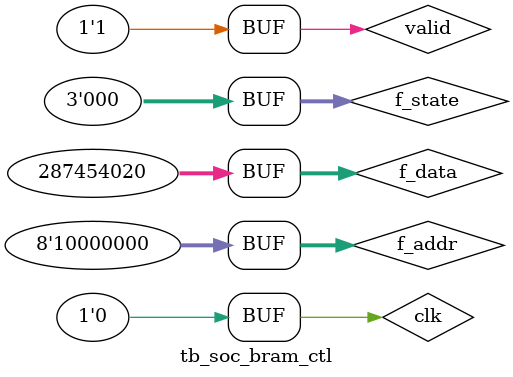
<source format=v>
`timescale 1ns/1ns
`include "soc/bram_ctl.v"

module tb_soc_bram_ctl ();
    parameter PERIOD = 2;

    reg clk = 0; // Posedge = 0
    wire[31:0] dread;
    wire done;
    reg [31:0] dwrite;
    reg [7:0] addr;
    reg rw, valid;

`ifdef SIM
    always #(PERIOD/2) clk=~clk;
`endif

    initial begin
`ifdef SIM
        $dumpfile("tb_bram_ctl.vcd");
        $dumpvars(0, bram_ctl, f_state);
        
        rw <= 1;
        addr <= 32;
        dwrite <= 32'h1122_3344;
        #(PERIOD*3)

        rw <= 1;
        addr <= 36;
        dwrite <= 32'h5566_7788;
        #(PERIOD*3)

        rw <= 0;
        addr <= 36;
        #(PERIOD*3)
        
        $finish;
`endif
    end

    initial valid = 1;

    reg[7:0] f_addr = 128;
    reg[31:0] f_data = 32'h1122_3344;
    reg[2:0] f_state;
    initial f_state = 0;
    /*always @(posedge clk)
    case(f_state)
        // First, write to address
        0: begin
            rw <= 1;
            addr <= f_addr;
            dwrite <= f_data;
            f_state <= 1;
        end
        // Second, read from same address
        1: if(done) begin
            addr <= f_addr+1;
            rw <= 0;
            f_state <= 2;
        end
        2: if(done) f_state <= 3;
        3: f_state <= 0;
    endcase*/

    soc_bram_ctl #(
        .addr_width(8)
    ) bram_ctl(
        .clk(clk),
        .addr(addr), .rw(rw),
        .dread(dread), .dwrite(dwrite),
        .valid(valid), .ready(done)
    );
endmodule
</source>
